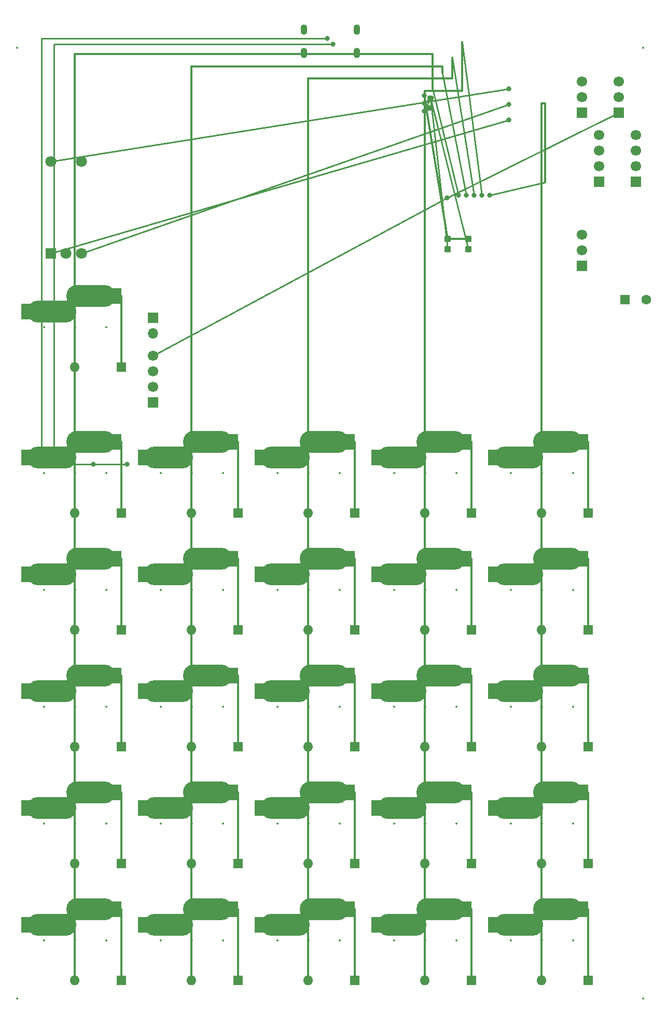
<source format=gbr>
%TF.GenerationSoftware,KiCad,Pcbnew,9.0.7*%
%TF.CreationDate,2026-03-01T07:38:40-05:00*%
%TF.ProjectId,Macropad,4d616372-6f70-4616-942e-6b696361645f,rev?*%
%TF.SameCoordinates,Original*%
%TF.FileFunction,Copper,L2,Bot*%
%TF.FilePolarity,Positive*%
%FSLAX46Y46*%
G04 Gerber Fmt 4.6, Leading zero omitted, Abs format (unit mm)*
G04 Created by KiCad (PCBNEW 9.0.7) date 2026-03-01 07:38:40*
%MOMM*%
%LPD*%
G01*
G04 APERTURE LIST*
G04 Aperture macros list*
%AMRoundRect*
0 Rectangle with rounded corners*
0 $1 Rounding radius*
0 $2 $3 $4 $5 $6 $7 $8 $9 X,Y pos of 4 corners*
0 Add a 4 corners polygon primitive as box body*
4,1,4,$2,$3,$4,$5,$6,$7,$8,$9,$2,$3,0*
0 Add four circle primitives for the rounded corners*
1,1,$1+$1,$2,$3*
1,1,$1+$1,$4,$5*
1,1,$1+$1,$6,$7*
1,1,$1+$1,$8,$9*
0 Add four rect primitives between the rounded corners*
20,1,$1+$1,$2,$3,$4,$5,0*
20,1,$1+$1,$4,$5,$6,$7,0*
20,1,$1+$1,$6,$7,$8,$9,0*
20,1,$1+$1,$8,$9,$2,$3,0*%
G04 Aperture macros list end*
%TA.AperFunction,ComponentPad*%
%ADD10R,1.700000X1.700000*%
%TD*%
%TA.AperFunction,ComponentPad*%
%ADD11C,1.700000*%
%TD*%
%TA.AperFunction,SMDPad,CuDef*%
%ADD12R,2.550000X2.500000*%
%TD*%
%TA.AperFunction,ComponentPad*%
%ADD13O,8.000000X3.600000*%
%TD*%
%TA.AperFunction,ComponentPad*%
%ADD14R,1.600000X1.600000*%
%TD*%
%TA.AperFunction,ComponentPad*%
%ADD15C,1.600000*%
%TD*%
%TA.AperFunction,ComponentPad*%
%ADD16O,1.700000X1.700000*%
%TD*%
%TA.AperFunction,ComponentPad*%
%ADD17O,1.100000X1.700000*%
%TD*%
%TA.AperFunction,ComponentPad*%
%ADD18R,1.800000X1.800000*%
%TD*%
%TA.AperFunction,ComponentPad*%
%ADD19C,1.800000*%
%TD*%
%TA.AperFunction,ComponentPad*%
%ADD20O,1.600000X1.600000*%
%TD*%
%TA.AperFunction,SMDPad,CuDef*%
%ADD21RoundRect,0.200000X-0.350000X-0.300000X0.350000X-0.300000X0.350000X0.300000X-0.350000X0.300000X0*%
%TD*%
%TA.AperFunction,SMDPad,CuDef*%
%ADD22RoundRect,0.200000X0.275000X-0.200000X0.275000X0.200000X-0.275000X0.200000X-0.275000X-0.200000X0*%
%TD*%
%TA.AperFunction,ViaPad*%
%ADD23C,0.800000*%
%TD*%
%TA.AperFunction,Conductor*%
%ADD24C,0.300000*%
%TD*%
%TA.AperFunction,Conductor*%
%ADD25C,0.250000*%
%TD*%
%ADD26C,0.350000*%
%ADD27O,0.600000X1.200000*%
G04 APERTURE END LIST*
D10*
%TO.P,J202,1*%
%TO.N,5V*%
X92250000Y25460000D03*
D11*
%TO.P,J202,2*%
%TO.N,GND*%
X92250000Y28000000D03*
%TO.P,J202,3*%
%TO.N,IR_TX*%
X92250000Y30540000D03*
%TD*%
D12*
%TO.P,SW26,1*%
%TO.N,ROW5*%
X78165000Y-106998000D03*
D13*
X81915000Y-106998000D03*
%TO.P,SW26,2*%
%TO.N,K26*%
X88265000Y-104458000D03*
D12*
X92015000Y-104458000D03*
%TD*%
%TO.P,SW14,1*%
%TO.N,ROW3*%
X40065000Y-68898000D03*
D13*
X43815000Y-68898000D03*
%TO.P,SW14,2*%
%TO.N,K14*%
X50165000Y-66358000D03*
D12*
X53915000Y-66358000D03*
%TD*%
D14*
%TO.P,C401,1*%
%TO.N,5V*%
X99250000Y-5000000D03*
D15*
%TO.P,C401,2*%
%TO.N,GND*%
X102750000Y-5000000D03*
%TD*%
D12*
%TO.P,SW10,1*%
%TO.N,ROW2*%
X59115000Y-49848000D03*
D13*
X62865000Y-49848000D03*
%TO.P,SW10,2*%
%TO.N,K10*%
X69215000Y-47308000D03*
D12*
X72965000Y-47308000D03*
%TD*%
%TO.P,SW23,1*%
%TO.N,ROW5*%
X21015000Y-106998000D03*
D13*
X24765000Y-106998000D03*
%TO.P,SW23,2*%
%TO.N,K23*%
X31115000Y-104458000D03*
D12*
X34865000Y-104458000D03*
%TD*%
%TO.P,SW21,1*%
%TO.N,ROW4*%
X78165000Y-87947000D03*
D13*
X81915000Y-87947000D03*
%TO.P,SW21,2*%
%TO.N,K21*%
X88265000Y-85407000D03*
D12*
X92015000Y-85407000D03*
%TD*%
D10*
%TO.P,J303,1*%
%TO.N,LCD_CS*%
X101000000Y14190000D03*
D11*
%TO.P,J303,2*%
%TO.N,LCD_DC*%
X101000000Y16730000D03*
%TO.P,J303,3*%
%TO.N,LCD_RST*%
X101000000Y19270000D03*
%TO.P,J303,4*%
%TO.N,LCD_BL*%
X101000000Y21810000D03*
%TD*%
D12*
%TO.P,SW16,1*%
%TO.N,ROW3*%
X78165000Y-68898000D03*
D13*
X81915000Y-68898000D03*
%TO.P,SW16,2*%
%TO.N,K16*%
X88265000Y-66358000D03*
D12*
X92015000Y-66358000D03*
%TD*%
D10*
%TO.P,J301,1*%
%TO.N,5V*%
X92250000Y460000D03*
D11*
%TO.P,J301,2*%
%TO.N,LED_DIN*%
X92250000Y3000000D03*
%TO.P,J301,3*%
%TO.N,GND*%
X92250000Y5540000D03*
%TD*%
D12*
%TO.P,SW11,1*%
%TO.N,ROW2*%
X78165000Y-49848000D03*
D13*
X81915000Y-49848000D03*
%TO.P,SW11,2*%
%TO.N,K11*%
X88265000Y-47308000D03*
D12*
X92015000Y-47308000D03*
%TD*%
D10*
%TO.P,J400,1*%
%TO.N,BAT+*%
X22250000Y-8000000D03*
D16*
%TO.P,J400,2*%
%TO.N,GND*%
X22250000Y-10540000D03*
%TD*%
D12*
%TO.P,SW5,1*%
%TO.N,ROW1*%
X59115000Y-30797000D03*
D13*
X62865000Y-30797000D03*
%TO.P,SW5,2*%
%TO.N,K5*%
X69215000Y-28257000D03*
D12*
X72965000Y-28257000D03*
%TD*%
%TO.P,SW24,1*%
%TO.N,ROW5*%
X40065000Y-106998000D03*
D13*
X43815000Y-106998000D03*
%TO.P,SW24,2*%
%TO.N,K24*%
X50165000Y-104458000D03*
D12*
X53915000Y-104458000D03*
%TD*%
%TO.P,SW19,1*%
%TO.N,ROW4*%
X40065000Y-87947000D03*
D13*
X43815000Y-87947000D03*
%TO.P,SW19,2*%
%TO.N,K19*%
X50165000Y-85407000D03*
D12*
X53915000Y-85407000D03*
%TD*%
%TO.P,SW25,1*%
%TO.N,ROW5*%
X59115000Y-106998000D03*
D13*
X62865000Y-106998000D03*
%TO.P,SW25,2*%
%TO.N,K25*%
X69215000Y-104458000D03*
D12*
X72965000Y-104458000D03*
%TD*%
%TO.P,SW7,1*%
%TO.N,ROW2*%
X1965000Y-49848000D03*
D13*
X5715000Y-49848000D03*
%TO.P,SW7,2*%
%TO.N,K7*%
X12065000Y-47308000D03*
D12*
X15815000Y-47308000D03*
%TD*%
%TO.P,SW22,1*%
%TO.N,ROW5*%
X1965000Y-106998000D03*
D13*
X5715000Y-106998000D03*
%TO.P,SW22,2*%
%TO.N,K22*%
X12065000Y-104458000D03*
D12*
X15815000Y-104458000D03*
%TD*%
%TO.P,SW1,1*%
%TO.N,ROW0*%
X1965000Y-6985000D03*
D13*
X5715000Y-6985000D03*
%TO.P,SW1,2*%
%TO.N,K1*%
X12065000Y-4445000D03*
D12*
X15815000Y-4445000D03*
%TD*%
%TO.P,SW15,1*%
%TO.N,ROW3*%
X59115000Y-68898000D03*
D13*
X62865000Y-68898000D03*
%TO.P,SW15,2*%
%TO.N,K15*%
X69215000Y-66358000D03*
D12*
X72965000Y-66358000D03*
%TD*%
D17*
%TO.P,J402,S1*%
%TO.N,GND*%
X46805000Y39000000D03*
X46805000Y35200000D03*
X55445000Y39000000D03*
X55445000Y35200000D03*
%TD*%
D10*
%TO.P,J302,1*%
%TO.N,3V3*%
X95000000Y14190000D03*
D11*
%TO.P,J302,2*%
%TO.N,GND*%
X95000000Y16730000D03*
%TO.P,J302,3*%
%TO.N,LCD_MOSI*%
X95000000Y19270000D03*
%TO.P,J302,4*%
%TO.N,LCD_SCLK*%
X95000000Y21810000D03*
%TD*%
D12*
%TO.P,SW3,1*%
%TO.N,ROW1*%
X21015000Y-30797000D03*
D13*
X24765000Y-30797000D03*
%TO.P,SW3,2*%
%TO.N,K3*%
X31115000Y-28257000D03*
D12*
X34865000Y-28257000D03*
%TD*%
%TO.P,SW17,1*%
%TO.N,ROW4*%
X1965000Y-87947000D03*
D13*
X5715000Y-87947000D03*
%TO.P,SW17,2*%
%TO.N,K17*%
X12065000Y-85407000D03*
D12*
X15815000Y-85407000D03*
%TD*%
D10*
%TO.P,J201,1*%
%TO.N,3V3*%
X98250000Y25460000D03*
D11*
%TO.P,J201,2*%
%TO.N,GND*%
X98250000Y28000000D03*
%TO.P,J201,3*%
%TO.N,IR_RX*%
X98250000Y30540000D03*
%TD*%
D12*
%TO.P,SW18,1*%
%TO.N,ROW4*%
X21015000Y-87947000D03*
D13*
X24765000Y-87947000D03*
%TO.P,SW18,2*%
%TO.N,K18*%
X31115000Y-85407000D03*
D12*
X34865000Y-85407000D03*
%TD*%
%TO.P,SW9,1*%
%TO.N,ROW2*%
X40065000Y-49848000D03*
D13*
X43815000Y-49848000D03*
%TO.P,SW9,2*%
%TO.N,K9*%
X50165000Y-47308000D03*
D12*
X53915000Y-47308000D03*
%TD*%
%TO.P,SW8,1*%
%TO.N,ROW2*%
X21015000Y-49848000D03*
D13*
X24765000Y-49848000D03*
%TO.P,SW8,2*%
%TO.N,K8*%
X31115000Y-47308000D03*
D12*
X34865000Y-47308000D03*
%TD*%
%TO.P,SW13,1*%
%TO.N,ROW3*%
X21015000Y-68898000D03*
D13*
X24765000Y-68898000D03*
%TO.P,SW13,2*%
%TO.N,K13*%
X31115000Y-66358000D03*
D12*
X34865000Y-66358000D03*
%TD*%
%TO.P,SW6,1*%
%TO.N,ROW1*%
X78165000Y-30797000D03*
D13*
X81915000Y-30797000D03*
%TO.P,SW6,2*%
%TO.N,K6*%
X88265000Y-28257000D03*
D12*
X92015000Y-28257000D03*
%TD*%
D10*
%TO.P,J401,1*%
%TO.N,BAT+*%
X22250000Y-21810000D03*
D11*
%TO.P,J401,2*%
%TO.N,GND*%
X22250000Y-19270000D03*
%TO.P,J401,3*%
%TO.N,5V*%
X22250000Y-16730000D03*
%TO.P,J401,4*%
%TO.N,3V3*%
X22250000Y-14190000D03*
%TD*%
D12*
%TO.P,SW4,1*%
%TO.N,ROW1*%
X40065000Y-30797000D03*
D13*
X43815000Y-30797000D03*
%TO.P,SW4,2*%
%TO.N,K4*%
X50165000Y-28257000D03*
D12*
X53915000Y-28257000D03*
%TD*%
%TO.P,SW12,1*%
%TO.N,ROW3*%
X1965000Y-68898000D03*
D13*
X5715000Y-68898000D03*
%TO.P,SW12,2*%
%TO.N,K12*%
X12065000Y-66358000D03*
D12*
X15815000Y-66358000D03*
%TD*%
D18*
%TO.P,SW401,A*%
%TO.N,ENC_A*%
X5500000Y2500000D03*
D19*
%TO.P,SW401,B*%
%TO.N,ENC_B*%
X10500000Y2500000D03*
%TO.P,SW401,C*%
%TO.N,GND*%
X8000000Y2500000D03*
%TO.P,SW401,S1*%
%TO.N,ENC_SW*%
X5500000Y17500000D03*
%TO.P,SW401,S2*%
%TO.N,GND*%
X10500000Y17500000D03*
%TD*%
D12*
%TO.P,SW20,1*%
%TO.N,ROW4*%
X59115000Y-87947000D03*
D13*
X62865000Y-87947000D03*
%TO.P,SW20,2*%
%TO.N,K20*%
X69215000Y-85407000D03*
D12*
X72965000Y-85407000D03*
%TD*%
%TO.P,SW2,1*%
%TO.N,ROW1*%
X1965000Y-30797000D03*
D13*
X5715000Y-30797000D03*
%TO.P,SW2,2*%
%TO.N,K2*%
X12065000Y-28257000D03*
D12*
X15815000Y-28257000D03*
%TD*%
D14*
%TO.P,D13,1*%
%TO.N,K13*%
X36075000Y-77938000D03*
D20*
%TO.P,D13,2*%
%TO.N,COL1*%
X28455000Y-77938000D03*
%TD*%
D14*
%TO.P,D14,1*%
%TO.N,K14*%
X55125000Y-77938000D03*
D20*
%TO.P,D14,2*%
%TO.N,COL2*%
X47505000Y-77938000D03*
%TD*%
D14*
%TO.P,D16,1*%
%TO.N,K16*%
X93225000Y-77938000D03*
D20*
%TO.P,D16,2*%
%TO.N,COL4*%
X85605000Y-77938000D03*
%TD*%
D14*
%TO.P,D9,1*%
%TO.N,K9*%
X55125000Y-58888000D03*
D20*
%TO.P,D9,2*%
%TO.N,COL2*%
X47505000Y-58888000D03*
%TD*%
D14*
%TO.P,D1,1*%
%TO.N,K1*%
X17025000Y-16025000D03*
D20*
%TO.P,D1,2*%
%TO.N,COL0*%
X9405000Y-16025000D03*
%TD*%
D14*
%TO.P,D10,1*%
%TO.N,K10*%
X74175000Y-58888000D03*
D20*
%TO.P,D10,2*%
%TO.N,COL3*%
X66555000Y-58888000D03*
%TD*%
D14*
%TO.P,D5,1*%
%TO.N,K5*%
X74175000Y-39837000D03*
D20*
%TO.P,D5,2*%
%TO.N,COL3*%
X66555000Y-39837000D03*
%TD*%
D21*
%TO.P,SW402,1*%
%TO.N,EN*%
X70300000Y3150000D03*
X73700000Y3150000D03*
%TO.P,SW402,2*%
%TO.N,GND*%
X70300000Y4850000D03*
X73700000Y4850000D03*
%TD*%
D14*
%TO.P,D4,1*%
%TO.N,K4*%
X55125000Y-39837000D03*
D20*
%TO.P,D4,2*%
%TO.N,COL2*%
X47505000Y-39837000D03*
%TD*%
D14*
%TO.P,D6,1*%
%TO.N,K6*%
X93225000Y-39837000D03*
D20*
%TO.P,D6,2*%
%TO.N,COL4*%
X85605000Y-39837000D03*
%TD*%
D14*
%TO.P,D2,1*%
%TO.N,K2*%
X17025000Y-39837000D03*
D20*
%TO.P,D2,2*%
%TO.N,COL0*%
X9405000Y-39837000D03*
%TD*%
D14*
%TO.P,D23,1*%
%TO.N,K23*%
X36075000Y-116038000D03*
D20*
%TO.P,D23,2*%
%TO.N,COL1*%
X28455000Y-116038000D03*
%TD*%
D14*
%TO.P,D3,1*%
%TO.N,K3*%
X36075000Y-39837000D03*
D20*
%TO.P,D3,2*%
%TO.N,COL1*%
X28455000Y-39837000D03*
%TD*%
D14*
%TO.P,D19,1*%
%TO.N,K19*%
X55125000Y-96987000D03*
D20*
%TO.P,D19,2*%
%TO.N,COL2*%
X47505000Y-96987000D03*
%TD*%
D14*
%TO.P,D24,1*%
%TO.N,K24*%
X55125000Y-116038000D03*
D20*
%TO.P,D24,2*%
%TO.N,COL2*%
X47505000Y-116038000D03*
%TD*%
D14*
%TO.P,D15,1*%
%TO.N,K15*%
X74175000Y-77938000D03*
D20*
%TO.P,D15,2*%
%TO.N,COL3*%
X66555000Y-77938000D03*
%TD*%
D22*
%TO.P,R407,1*%
%TO.N,EN*%
X67500000Y26175000D03*
%TO.P,R407,2*%
%TO.N,3V3*%
X67500000Y27825000D03*
%TD*%
D14*
%TO.P,D25,1*%
%TO.N,K25*%
X74175000Y-116038000D03*
D20*
%TO.P,D25,2*%
%TO.N,COL3*%
X66555000Y-116038000D03*
%TD*%
D14*
%TO.P,D18,1*%
%TO.N,K18*%
X36075000Y-96987000D03*
D20*
%TO.P,D18,2*%
%TO.N,COL1*%
X28455000Y-96987000D03*
%TD*%
D14*
%TO.P,D12,1*%
%TO.N,K12*%
X17025000Y-77938000D03*
D20*
%TO.P,D12,2*%
%TO.N,COL0*%
X9405000Y-77938000D03*
%TD*%
D14*
%TO.P,D8,1*%
%TO.N,K8*%
X36075000Y-58888000D03*
D20*
%TO.P,D8,2*%
%TO.N,COL1*%
X28455000Y-58888000D03*
%TD*%
D14*
%TO.P,D21,1*%
%TO.N,K21*%
X93225000Y-96987000D03*
D20*
%TO.P,D21,2*%
%TO.N,COL4*%
X85605000Y-96987000D03*
%TD*%
D14*
%TO.P,D26,1*%
%TO.N,K26*%
X93225000Y-116038000D03*
D20*
%TO.P,D26,2*%
%TO.N,COL4*%
X85605000Y-116038000D03*
%TD*%
D14*
%TO.P,D11,1*%
%TO.N,K11*%
X93225000Y-58888000D03*
D20*
%TO.P,D11,2*%
%TO.N,COL4*%
X85605000Y-58888000D03*
%TD*%
D14*
%TO.P,D7,1*%
%TO.N,K7*%
X17025000Y-58888000D03*
D20*
%TO.P,D7,2*%
%TO.N,COL0*%
X9405000Y-58888000D03*
%TD*%
D14*
%TO.P,D22,1*%
%TO.N,K22*%
X17025000Y-116038000D03*
D20*
%TO.P,D22,2*%
%TO.N,COL0*%
X9405000Y-116038000D03*
%TD*%
D14*
%TO.P,D17,1*%
%TO.N,K17*%
X17025000Y-96987000D03*
D20*
%TO.P,D17,2*%
%TO.N,COL0*%
X9405000Y-96987000D03*
%TD*%
D14*
%TO.P,D20,1*%
%TO.N,K20*%
X74175000Y-96987000D03*
D20*
%TO.P,D20,2*%
%TO.N,COL3*%
X66555000Y-96987000D03*
%TD*%
D23*
%TO.N,COL0*%
X72075000Y12000000D03*
%TO.N,COL1*%
X73345000Y12000000D03*
%TO.N,COL2*%
X74615000Y12000000D03*
%TO.N,COL3*%
X75885000Y12000000D03*
%TO.N,COL4*%
X77155000Y12000000D03*
%TO.N,ENC_A*%
X80250000Y24270000D03*
%TO.N,ENC_B*%
X80250000Y26810000D03*
%TO.N,ENC_SW*%
X80250000Y29350000D03*
%TO.N,3V3*%
X66500000Y26990000D03*
X70250000Y11570000D03*
%TO.N,GND*%
X66500000Y28260000D03*
%TO.N,USB_CC1*%
X18000000Y-31920000D03*
X50625000Y37580000D03*
%TO.N,USB_CC2*%
X12500000Y-31920000D03*
X51625000Y36580000D03*
%TO.N,EN*%
X66500000Y25720000D03*
%TD*%
D24*
%TO.N,COL0*%
X9405000Y35000000D02*
X67850000Y35000000D01*
X9405000Y-16025000D02*
X9405000Y35000000D01*
X9405000Y-96987000D02*
X9405000Y-116038000D01*
X9405000Y-16025000D02*
X9405000Y-39837000D01*
X9405000Y-39837000D02*
X9405000Y-58888000D01*
D25*
X72075000Y12000000D02*
X67850000Y29350000D01*
D24*
X67850000Y35000000D02*
X67850000Y29350000D01*
X9405000Y-58888000D02*
X9405000Y-77938000D01*
X9405000Y-77938000D02*
X9405000Y-96987000D01*
%TO.N,COL1*%
X28455000Y-96987000D02*
X28455000Y-116038000D01*
D25*
X73345000Y12000000D02*
X69450000Y31890000D01*
D24*
X69450000Y33000000D02*
X69450000Y31890000D01*
X28455000Y-77938000D02*
X28455000Y-96987000D01*
X28455000Y-39837000D02*
X28455000Y-58888000D01*
X28455000Y-39837000D02*
X28455000Y33000000D01*
X28455000Y-58888000D02*
X28455000Y-77938000D01*
X28455000Y33000000D02*
X69450000Y33000000D01*
%TO.N,COL2*%
X47505000Y31000000D02*
X71050000Y31000000D01*
X47505000Y-77938000D02*
X47505000Y-96987000D01*
D25*
X74615000Y12000000D02*
X71050000Y34430000D01*
D24*
X47505000Y-39837000D02*
X47505000Y31000000D01*
X47505000Y-58888000D02*
X47505000Y-77938000D01*
X47505000Y-96987000D02*
X47505000Y-116038000D01*
X71050000Y31000000D02*
X71050000Y34430000D01*
X47505000Y-39837000D02*
X47505000Y-58888000D01*
%TO.N,COL3*%
X66555000Y-58888000D02*
X66555000Y-77938000D01*
X66555000Y-39837000D02*
X66555000Y29000000D01*
X72650000Y29000000D02*
X72650000Y36970000D01*
D25*
X75885000Y12000000D02*
X72650000Y36970000D01*
D24*
X66555000Y-39837000D02*
X66555000Y-58888000D01*
X66555000Y29000000D02*
X72650000Y29000000D01*
X66555000Y-96987000D02*
X66555000Y-116038000D01*
X66555000Y-77938000D02*
X66555000Y-96987000D01*
%TO.N,COL4*%
X86250000Y27000000D02*
X86250000Y14110000D01*
X85605000Y-58888000D02*
X85605000Y-77938000D01*
X85605000Y27000000D02*
X86250000Y27000000D01*
X85605000Y-39837000D02*
X85605000Y-58888000D01*
D25*
X77155000Y12000000D02*
X86250000Y14110000D01*
D24*
X85605000Y-96987000D02*
X85605000Y-116038000D01*
X85605000Y-39837000D02*
X85605000Y27000000D01*
X85605000Y-77938000D02*
X85605000Y-96987000D01*
D25*
%TO.N,ENC_A*%
X80250000Y24270000D02*
X5500000Y2500000D01*
%TO.N,ENC_B*%
X80250000Y26810000D02*
X10500000Y2500000D01*
%TO.N,ENC_SW*%
X80250000Y29350000D02*
X5500000Y17500000D01*
%TO.N,3V3*%
X70250000Y11570000D02*
X98250000Y25460000D01*
X67500000Y27825000D02*
X66500000Y26990000D01*
X22250000Y-14190000D02*
X70250000Y11570000D01*
X66500000Y26990000D02*
X67500000Y26175000D01*
D24*
%TO.N,GND*%
X70300000Y4850000D02*
X66500000Y28260000D01*
X70300000Y4850000D02*
X73700000Y4850000D01*
%TO.N,K1*%
X17025000Y-4445000D02*
X17025000Y-16025000D01*
X12065000Y-4445000D02*
X17025000Y-4445000D01*
%TO.N,K2*%
X12065000Y-28258000D02*
X17025000Y-28258000D01*
X17025000Y-28258000D02*
X17025000Y-39837000D01*
%TO.N,K3*%
X36075000Y-28258000D02*
X36075000Y-39837000D01*
X31115000Y-28258000D02*
X36075000Y-28258000D01*
%TO.N,K4*%
X50165000Y-28258000D02*
X55125000Y-28258000D01*
X55125000Y-28258000D02*
X55125000Y-39837000D01*
%TO.N,K5*%
X74175000Y-28258000D02*
X74175000Y-39837000D01*
X69215000Y-28258000D02*
X74175000Y-28258000D01*
%TO.N,K6*%
X93225000Y-28258000D02*
X93225000Y-39837000D01*
X88265000Y-28258000D02*
X93225000Y-28258000D01*
%TO.N,K7*%
X12065000Y-47308000D02*
X17025000Y-47308000D01*
X17025000Y-47308000D02*
X17025000Y-58888000D01*
%TO.N,K8*%
X36075000Y-47308000D02*
X36075000Y-58888000D01*
X31115000Y-47308000D02*
X36075000Y-47308000D01*
%TO.N,K9*%
X55125000Y-47308000D02*
X55125000Y-58888000D01*
X50165000Y-47308000D02*
X55125000Y-47308000D01*
%TO.N,K10*%
X69215000Y-47308000D02*
X74175000Y-47308000D01*
X74175000Y-47308000D02*
X74175000Y-58888000D01*
%TO.N,K11*%
X93225000Y-47308000D02*
X93225000Y-58888000D01*
X88265000Y-47308000D02*
X93225000Y-47308000D01*
%TO.N,K12*%
X17025000Y-66358000D02*
X17025000Y-77938000D01*
X12065000Y-66358000D02*
X17025000Y-66358000D01*
%TO.N,K13*%
X36075000Y-66358000D02*
X36075000Y-77938000D01*
X31115000Y-66358000D02*
X36075000Y-66358000D01*
%TO.N,K14*%
X55125000Y-66358000D02*
X55125000Y-77938000D01*
X50165000Y-66358000D02*
X55125000Y-66358000D01*
%TO.N,K15*%
X74175000Y-66358000D02*
X74175000Y-77938000D01*
X69215000Y-66358000D02*
X74175000Y-66358000D01*
%TO.N,K16*%
X93225000Y-66358000D02*
X93225000Y-77938000D01*
X88265000Y-66358000D02*
X93225000Y-66358000D01*
%TO.N,K17*%
X12065000Y-85407000D02*
X17025000Y-85407000D01*
X17025000Y-85407000D02*
X17025000Y-96987000D01*
%TO.N,K18*%
X31115000Y-85407000D02*
X36075000Y-85407000D01*
X36075000Y-85407000D02*
X36075000Y-96987000D01*
%TO.N,K19*%
X55125000Y-85407000D02*
X55125000Y-96987000D01*
X50165000Y-85407000D02*
X55125000Y-85407000D01*
%TO.N,K20*%
X69215000Y-85407000D02*
X74175000Y-85407000D01*
X74175000Y-85407000D02*
X74175000Y-96987000D01*
%TO.N,K21*%
X88265000Y-85407000D02*
X93225000Y-85407000D01*
X93225000Y-85407000D02*
X93225000Y-96987000D01*
%TO.N,K22*%
X12065000Y-104458000D02*
X17025000Y-104458000D01*
X17025000Y-104458000D02*
X17025000Y-116038000D01*
%TO.N,K23*%
X31115000Y-104458000D02*
X36075000Y-104458000D01*
X36075000Y-104458000D02*
X36075000Y-116038000D01*
%TO.N,K24*%
X50165000Y-104458000D02*
X55125000Y-104458000D01*
X55125000Y-104458000D02*
X55125000Y-116038000D01*
%TO.N,K25*%
X74175000Y-104458000D02*
X74175000Y-116038000D01*
X69215000Y-104458000D02*
X74175000Y-104458000D01*
%TO.N,K26*%
X93225000Y-104458000D02*
X93225000Y-116038000D01*
X88265000Y-104458000D02*
X93225000Y-104458000D01*
D25*
%TO.N,USB_CC1*%
X4000000Y-31920000D02*
X18000000Y-31920000D01*
X4000000Y37580000D02*
X4000000Y-31920000D01*
X50625000Y37580000D02*
X4000000Y37580000D01*
%TO.N,USB_CC2*%
X6000000Y36580000D02*
X6000000Y-31920000D01*
X6000000Y-31920000D02*
X12500000Y-31920000D01*
X51625000Y36580000D02*
X6000000Y36580000D01*
%TO.N,EN*%
X67500000Y27825000D02*
X70300000Y3150000D01*
X66500000Y25720000D02*
X67500000Y26175000D01*
X67500000Y27825000D02*
X73700000Y3150000D01*
X66500000Y25720000D02*
X67500000Y27825000D01*
%TD*%
D26*
X72075000Y12000000D03*
X73345000Y12000000D03*
X74615000Y12000000D03*
X75885000Y12000000D03*
X77155000Y12000000D03*
X80250000Y24270000D03*
X80250000Y26810000D03*
X80250000Y29350000D03*
X66500000Y26990000D03*
X70250000Y11570000D03*
X66500000Y28260000D03*
X18000000Y-31920000D03*
X50625000Y37580000D03*
X12500000Y-31920000D03*
X51625000Y36580000D03*
X66500000Y25720000D03*
X92250000Y25460000D03*
X92250000Y28000000D03*
X92250000Y30540000D03*
X80645000Y-109538000D03*
X85725000Y-109538000D03*
X90805000Y-109538000D03*
X81915000Y-106998000D03*
X88265000Y-104458000D03*
X42545000Y-71438000D03*
X47625000Y-71438000D03*
X52705000Y-71438000D03*
X43815000Y-68898000D03*
X50165000Y-66358000D03*
X99250000Y-5000000D03*
X102750000Y-5000000D03*
X102250000Y-119000000D03*
X61595000Y-52388000D03*
X66675000Y-52388000D03*
X71755000Y-52388000D03*
X62865000Y-49848000D03*
X69215000Y-47308000D03*
X23495000Y-109538000D03*
X28575000Y-109538000D03*
X33655000Y-109538000D03*
X24765000Y-106998000D03*
X31115000Y-104458000D03*
X80645000Y-90487000D03*
X85725000Y-90487000D03*
X90805000Y-90487000D03*
X81915000Y-87947000D03*
X88265000Y-85407000D03*
X101000000Y14190000D03*
X101000000Y16730000D03*
X101000000Y19270000D03*
X101000000Y21810000D03*
X80645000Y-71438000D03*
X85725000Y-71438000D03*
X90805000Y-71438000D03*
X81915000Y-68898000D03*
X88265000Y-66358000D03*
X92250000Y460000D03*
X92250000Y3000000D03*
X92250000Y5540000D03*
X102250000Y36000000D03*
X80645000Y-52388000D03*
X85725000Y-52388000D03*
X90805000Y-52388000D03*
X81915000Y-49848000D03*
X88265000Y-47308000D03*
X22250000Y-8000000D03*
X22250000Y-10540000D03*
X61595000Y-33337000D03*
X66675000Y-33337000D03*
X71755000Y-33337000D03*
X62865000Y-30797000D03*
X69215000Y-28257000D03*
X42545000Y-109538000D03*
X47625000Y-109538000D03*
X52705000Y-109538000D03*
X43815000Y-106998000D03*
X50165000Y-104458000D03*
X42545000Y-90487000D03*
X47625000Y-90487000D03*
X52705000Y-90487000D03*
X43815000Y-87947000D03*
X50165000Y-85407000D03*
X61595000Y-109538000D03*
X66675000Y-109538000D03*
X71755000Y-109538000D03*
X62865000Y-106998000D03*
X69215000Y-104458000D03*
X4445000Y-52388000D03*
X9525000Y-52388000D03*
X14605000Y-52388000D03*
X5715000Y-49848000D03*
X12065000Y-47308000D03*
X0Y-119000000D03*
X4445000Y-109538000D03*
X9525000Y-109538000D03*
X14605000Y-109538000D03*
X5715000Y-106998000D03*
X12065000Y-104458000D03*
X4445000Y-9525000D03*
X9525000Y-9525000D03*
X14605000Y-9525000D03*
X5715000Y-6985000D03*
X12065000Y-4445000D03*
X0Y36000000D03*
X61595000Y-71438000D03*
X66675000Y-71438000D03*
X71755000Y-71438000D03*
X62865000Y-68898000D03*
X69215000Y-66358000D03*
D27*
X46805000Y39000000D03*
X46805000Y35200000D03*
X55445000Y39000000D03*
X55445000Y35200000D03*
D26*
X95000000Y14190000D03*
X95000000Y16730000D03*
X95000000Y19270000D03*
X95000000Y21810000D03*
X23495000Y-33337000D03*
X28575000Y-33337000D03*
X33655000Y-33337000D03*
X24765000Y-30797000D03*
X31115000Y-28257000D03*
X4445000Y-90487000D03*
X9525000Y-90487000D03*
X14605000Y-90487000D03*
X5715000Y-87947000D03*
X12065000Y-85407000D03*
X98250000Y25460000D03*
X98250000Y28000000D03*
X98250000Y30540000D03*
X23495000Y-90487000D03*
X28575000Y-90487000D03*
X33655000Y-90487000D03*
X24765000Y-87947000D03*
X31115000Y-85407000D03*
X42545000Y-52388000D03*
X47625000Y-52388000D03*
X52705000Y-52388000D03*
X43815000Y-49848000D03*
X50165000Y-47308000D03*
X23495000Y-52388000D03*
X28575000Y-52388000D03*
X33655000Y-52388000D03*
X24765000Y-49848000D03*
X31115000Y-47308000D03*
X23495000Y-71438000D03*
X28575000Y-71438000D03*
X33655000Y-71438000D03*
X24765000Y-68898000D03*
X31115000Y-66358000D03*
X80645000Y-33337000D03*
X85725000Y-33337000D03*
X90805000Y-33337000D03*
X81915000Y-30797000D03*
X88265000Y-28257000D03*
X22250000Y-21810000D03*
X22250000Y-19270000D03*
X22250000Y-16730000D03*
X22250000Y-14190000D03*
X42545000Y-33337000D03*
X47625000Y-33337000D03*
X52705000Y-33337000D03*
X43815000Y-30797000D03*
X50165000Y-28257000D03*
X4445000Y-71438000D03*
X9525000Y-71438000D03*
X14605000Y-71438000D03*
X5715000Y-68898000D03*
X12065000Y-66358000D03*
X5500000Y2500000D03*
X10500000Y2500000D03*
X8000000Y2500000D03*
X5500000Y17500000D03*
X10500000Y17500000D03*
X61595000Y-90487000D03*
X66675000Y-90487000D03*
X71755000Y-90487000D03*
X62865000Y-87947000D03*
X69215000Y-85407000D03*
X4445000Y-33337000D03*
X9525000Y-33337000D03*
X14605000Y-33337000D03*
X5715000Y-30797000D03*
X12065000Y-28257000D03*
X36075000Y-77938000D03*
X28455000Y-77938000D03*
X55125000Y-77938000D03*
X47505000Y-77938000D03*
X93225000Y-77938000D03*
X85605000Y-77938000D03*
X55125000Y-58888000D03*
X47505000Y-58888000D03*
X17025000Y-16025000D03*
X9405000Y-16025000D03*
X74175000Y-58888000D03*
X66555000Y-58888000D03*
X74175000Y-39837000D03*
X66555000Y-39837000D03*
X55125000Y-39837000D03*
X47505000Y-39837000D03*
X93225000Y-39837000D03*
X85605000Y-39837000D03*
X17025000Y-39837000D03*
X9405000Y-39837000D03*
X36075000Y-116038000D03*
X28455000Y-116038000D03*
X36075000Y-39837000D03*
X28455000Y-39837000D03*
X55125000Y-96987000D03*
X47505000Y-96987000D03*
X55125000Y-116038000D03*
X47505000Y-116038000D03*
X74175000Y-77938000D03*
X66555000Y-77938000D03*
X74175000Y-116038000D03*
X66555000Y-116038000D03*
X36075000Y-96987000D03*
X28455000Y-96987000D03*
X17025000Y-77938000D03*
X9405000Y-77938000D03*
X36075000Y-58888000D03*
X28455000Y-58888000D03*
X93225000Y-96987000D03*
X85605000Y-96987000D03*
X93225000Y-116038000D03*
X85605000Y-116038000D03*
X93225000Y-58888000D03*
X85605000Y-58888000D03*
X17025000Y-58888000D03*
X9405000Y-58888000D03*
X17025000Y-116038000D03*
X9405000Y-116038000D03*
X17025000Y-96987000D03*
X9405000Y-96987000D03*
X74175000Y-96987000D03*
X66555000Y-96987000D03*
M02*

</source>
